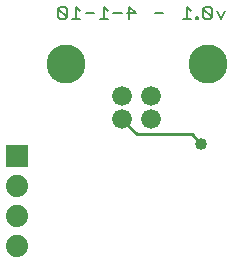
<source format=gbl>
G75*
G70*
%OFA0B0*%
%FSLAX24Y24*%
%IPPOS*%
%LPD*%
%AMOC8*
5,1,8,0,0,1.08239X$1,22.5*
%
%ADD10C,0.0080*%
%ADD11C,0.0660*%
%ADD12C,0.1300*%
%ADD13R,0.0740X0.0740*%
%ADD14C,0.0740*%
%ADD15C,0.0100*%
%ADD16C,0.0400*%
D10*
X017557Y028641D02*
X017697Y028641D01*
X017767Y028711D01*
X017486Y028991D01*
X017486Y028711D01*
X017557Y028641D01*
X017767Y028711D02*
X017767Y028991D01*
X017697Y029061D01*
X017557Y029061D01*
X017486Y028991D01*
X017947Y028641D02*
X018227Y028641D01*
X018087Y028641D02*
X018087Y029061D01*
X018227Y028921D01*
X018407Y028851D02*
X018687Y028851D01*
X018868Y028641D02*
X019148Y028641D01*
X019008Y028641D02*
X019008Y029061D01*
X019148Y028921D01*
X019328Y028851D02*
X019608Y028851D01*
X019788Y028851D02*
X020069Y028851D01*
X019858Y029061D01*
X019858Y028641D01*
X020709Y028851D02*
X020989Y028851D01*
X021630Y028641D02*
X021910Y028641D01*
X021770Y028641D02*
X021770Y029061D01*
X021910Y028921D01*
X022070Y028711D02*
X022070Y028641D01*
X022140Y028641D01*
X022140Y028711D01*
X022070Y028711D01*
X022320Y028711D02*
X022390Y028641D01*
X022530Y028641D01*
X022600Y028711D01*
X022320Y028991D01*
X022320Y028711D01*
X022320Y028991D02*
X022390Y029061D01*
X022530Y029061D01*
X022600Y028991D01*
X022600Y028711D01*
X022781Y028921D02*
X022921Y028641D01*
X023061Y028921D01*
D11*
X020593Y026101D03*
X020593Y025321D03*
X019609Y025321D03*
X019609Y026101D03*
D12*
X017731Y027171D03*
X022471Y027171D03*
D13*
X016101Y024101D03*
D14*
X016101Y021101D03*
X016101Y022101D03*
X016101Y023101D03*
D15*
X019621Y025301D02*
X019609Y025321D01*
X019621Y025301D02*
X020101Y024821D01*
X021941Y024821D01*
X022261Y024501D01*
D16*
X022261Y024501D03*
M02*

</source>
